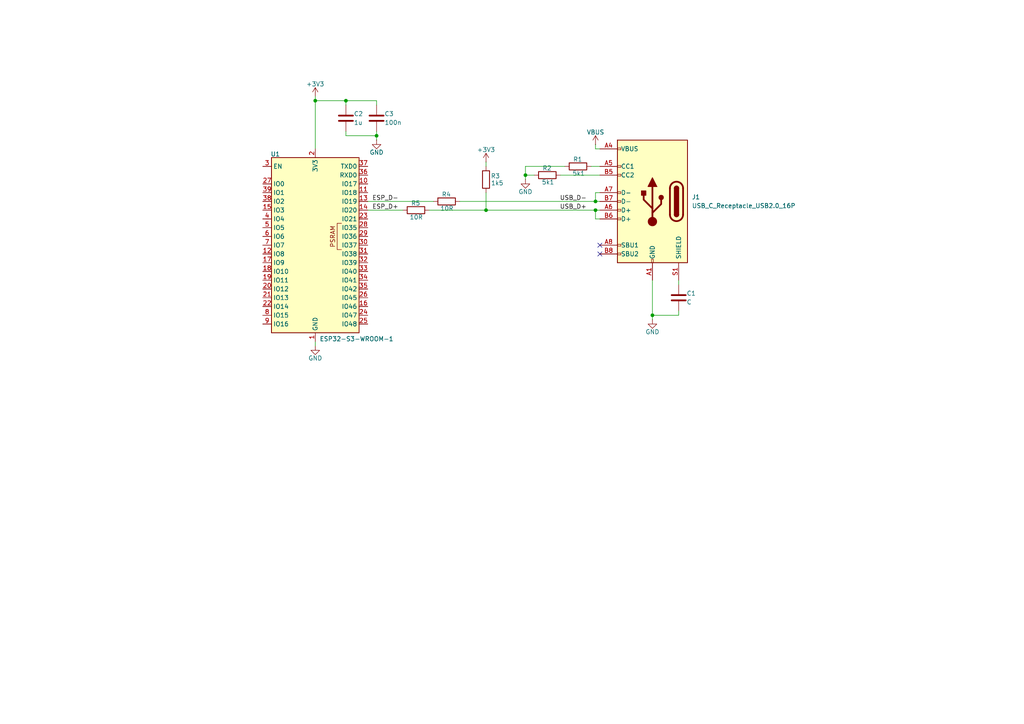
<source format=kicad_sch>
(kicad_sch
	(version 20231120)
	(generator "eeschema")
	(generator_version "8.0")
	(uuid "e686e1b8-c13f-42ef-ac73-0c0cead9570c")
	(paper "A4")
	(lib_symbols
		(symbol "Connector:USB_C_Receptacle_USB2.0_16P"
			(pin_names
				(offset 1.016)
			)
			(exclude_from_sim no)
			(in_bom yes)
			(on_board yes)
			(property "Reference" "J"
				(at 0 22.225 0)
				(effects
					(font
						(size 1.27 1.27)
					)
				)
			)
			(property "Value" "USB_C_Receptacle_USB2.0_16P"
				(at 0 19.685 0)
				(effects
					(font
						(size 1.27 1.27)
					)
				)
			)
			(property "Footprint" ""
				(at 3.81 0 0)
				(effects
					(font
						(size 1.27 1.27)
					)
					(hide yes)
				)
			)
			(property "Datasheet" "https://www.usb.org/sites/default/files/documents/usb_type-c.zip"
				(at 3.81 0 0)
				(effects
					(font
						(size 1.27 1.27)
					)
					(hide yes)
				)
			)
			(property "Description" "USB 2.0-only 16P Type-C Receptacle connector"
				(at 0 0 0)
				(effects
					(font
						(size 1.27 1.27)
					)
					(hide yes)
				)
			)
			(property "ki_keywords" "usb universal serial bus type-C USB2.0"
				(at 0 0 0)
				(effects
					(font
						(size 1.27 1.27)
					)
					(hide yes)
				)
			)
			(property "ki_fp_filters" "USB*C*Receptacle*"
				(at 0 0 0)
				(effects
					(font
						(size 1.27 1.27)
					)
					(hide yes)
				)
			)
			(symbol "USB_C_Receptacle_USB2.0_16P_0_0"
				(rectangle
					(start -0.254 -17.78)
					(end 0.254 -16.764)
					(stroke
						(width 0)
						(type default)
					)
					(fill
						(type none)
					)
				)
				(rectangle
					(start 10.16 -14.986)
					(end 9.144 -15.494)
					(stroke
						(width 0)
						(type default)
					)
					(fill
						(type none)
					)
				)
				(rectangle
					(start 10.16 -12.446)
					(end 9.144 -12.954)
					(stroke
						(width 0)
						(type default)
					)
					(fill
						(type none)
					)
				)
				(rectangle
					(start 10.16 -4.826)
					(end 9.144 -5.334)
					(stroke
						(width 0)
						(type default)
					)
					(fill
						(type none)
					)
				)
				(rectangle
					(start 10.16 -2.286)
					(end 9.144 -2.794)
					(stroke
						(width 0)
						(type default)
					)
					(fill
						(type none)
					)
				)
				(rectangle
					(start 10.16 0.254)
					(end 9.144 -0.254)
					(stroke
						(width 0)
						(type default)
					)
					(fill
						(type none)
					)
				)
				(rectangle
					(start 10.16 2.794)
					(end 9.144 2.286)
					(stroke
						(width 0)
						(type default)
					)
					(fill
						(type none)
					)
				)
				(rectangle
					(start 10.16 7.874)
					(end 9.144 7.366)
					(stroke
						(width 0)
						(type default)
					)
					(fill
						(type none)
					)
				)
				(rectangle
					(start 10.16 10.414)
					(end 9.144 9.906)
					(stroke
						(width 0)
						(type default)
					)
					(fill
						(type none)
					)
				)
				(rectangle
					(start 10.16 15.494)
					(end 9.144 14.986)
					(stroke
						(width 0)
						(type default)
					)
					(fill
						(type none)
					)
				)
			)
			(symbol "USB_C_Receptacle_USB2.0_16P_0_1"
				(rectangle
					(start -10.16 17.78)
					(end 10.16 -17.78)
					(stroke
						(width 0.254)
						(type default)
					)
					(fill
						(type background)
					)
				)
				(arc
					(start -8.89 -3.81)
					(mid -6.985 -5.7067)
					(end -5.08 -3.81)
					(stroke
						(width 0.508)
						(type default)
					)
					(fill
						(type none)
					)
				)
				(arc
					(start -7.62 -3.81)
					(mid -6.985 -4.4423)
					(end -6.35 -3.81)
					(stroke
						(width 0.254)
						(type default)
					)
					(fill
						(type none)
					)
				)
				(arc
					(start -7.62 -3.81)
					(mid -6.985 -4.4423)
					(end -6.35 -3.81)
					(stroke
						(width 0.254)
						(type default)
					)
					(fill
						(type outline)
					)
				)
				(rectangle
					(start -7.62 -3.81)
					(end -6.35 3.81)
					(stroke
						(width 0.254)
						(type default)
					)
					(fill
						(type outline)
					)
				)
				(arc
					(start -6.35 3.81)
					(mid -6.985 4.4423)
					(end -7.62 3.81)
					(stroke
						(width 0.254)
						(type default)
					)
					(fill
						(type none)
					)
				)
				(arc
					(start -6.35 3.81)
					(mid -6.985 4.4423)
					(end -7.62 3.81)
					(stroke
						(width 0.254)
						(type default)
					)
					(fill
						(type outline)
					)
				)
				(arc
					(start -5.08 3.81)
					(mid -6.985 5.7067)
					(end -8.89 3.81)
					(stroke
						(width 0.508)
						(type default)
					)
					(fill
						(type none)
					)
				)
				(circle
					(center -2.54 1.143)
					(radius 0.635)
					(stroke
						(width 0.254)
						(type default)
					)
					(fill
						(type outline)
					)
				)
				(circle
					(center 0 -5.842)
					(radius 1.27)
					(stroke
						(width 0)
						(type default)
					)
					(fill
						(type outline)
					)
				)
				(polyline
					(pts
						(xy -8.89 -3.81) (xy -8.89 3.81)
					)
					(stroke
						(width 0.508)
						(type default)
					)
					(fill
						(type none)
					)
				)
				(polyline
					(pts
						(xy -5.08 3.81) (xy -5.08 -3.81)
					)
					(stroke
						(width 0.508)
						(type default)
					)
					(fill
						(type none)
					)
				)
				(polyline
					(pts
						(xy 0 -5.842) (xy 0 4.318)
					)
					(stroke
						(width 0.508)
						(type default)
					)
					(fill
						(type none)
					)
				)
				(polyline
					(pts
						(xy 0 -3.302) (xy -2.54 -0.762) (xy -2.54 0.508)
					)
					(stroke
						(width 0.508)
						(type default)
					)
					(fill
						(type none)
					)
				)
				(polyline
					(pts
						(xy 0 -2.032) (xy 2.54 0.508) (xy 2.54 1.778)
					)
					(stroke
						(width 0.508)
						(type default)
					)
					(fill
						(type none)
					)
				)
				(polyline
					(pts
						(xy -1.27 4.318) (xy 0 6.858) (xy 1.27 4.318) (xy -1.27 4.318)
					)
					(stroke
						(width 0.254)
						(type default)
					)
					(fill
						(type outline)
					)
				)
				(rectangle
					(start 1.905 1.778)
					(end 3.175 3.048)
					(stroke
						(width 0.254)
						(type default)
					)
					(fill
						(type outline)
					)
				)
			)
			(symbol "USB_C_Receptacle_USB2.0_16P_1_1"
				(pin passive line
					(at 0 -22.86 90)
					(length 5.08)
					(name "GND"
						(effects
							(font
								(size 1.27 1.27)
							)
						)
					)
					(number "A1"
						(effects
							(font
								(size 1.27 1.27)
							)
						)
					)
				)
				(pin passive line
					(at 0 -22.86 90)
					(length 5.08) hide
					(name "GND"
						(effects
							(font
								(size 1.27 1.27)
							)
						)
					)
					(number "A12"
						(effects
							(font
								(size 1.27 1.27)
							)
						)
					)
				)
				(pin passive line
					(at 15.24 15.24 180)
					(length 5.08)
					(name "VBUS"
						(effects
							(font
								(size 1.27 1.27)
							)
						)
					)
					(number "A4"
						(effects
							(font
								(size 1.27 1.27)
							)
						)
					)
				)
				(pin bidirectional line
					(at 15.24 10.16 180)
					(length 5.08)
					(name "CC1"
						(effects
							(font
								(size 1.27 1.27)
							)
						)
					)
					(number "A5"
						(effects
							(font
								(size 1.27 1.27)
							)
						)
					)
				)
				(pin bidirectional line
					(at 15.24 -2.54 180)
					(length 5.08)
					(name "D+"
						(effects
							(font
								(size 1.27 1.27)
							)
						)
					)
					(number "A6"
						(effects
							(font
								(size 1.27 1.27)
							)
						)
					)
				)
				(pin bidirectional line
					(at 15.24 2.54 180)
					(length 5.08)
					(name "D-"
						(effects
							(font
								(size 1.27 1.27)
							)
						)
					)
					(number "A7"
						(effects
							(font
								(size 1.27 1.27)
							)
						)
					)
				)
				(pin bidirectional line
					(at 15.24 -12.7 180)
					(length 5.08)
					(name "SBU1"
						(effects
							(font
								(size 1.27 1.27)
							)
						)
					)
					(number "A8"
						(effects
							(font
								(size 1.27 1.27)
							)
						)
					)
				)
				(pin passive line
					(at 15.24 15.24 180)
					(length 5.08) hide
					(name "VBUS"
						(effects
							(font
								(size 1.27 1.27)
							)
						)
					)
					(number "A9"
						(effects
							(font
								(size 1.27 1.27)
							)
						)
					)
				)
				(pin passive line
					(at 0 -22.86 90)
					(length 5.08) hide
					(name "GND"
						(effects
							(font
								(size 1.27 1.27)
							)
						)
					)
					(number "B1"
						(effects
							(font
								(size 1.27 1.27)
							)
						)
					)
				)
				(pin passive line
					(at 0 -22.86 90)
					(length 5.08) hide
					(name "GND"
						(effects
							(font
								(size 1.27 1.27)
							)
						)
					)
					(number "B12"
						(effects
							(font
								(size 1.27 1.27)
							)
						)
					)
				)
				(pin passive line
					(at 15.24 15.24 180)
					(length 5.08) hide
					(name "VBUS"
						(effects
							(font
								(size 1.27 1.27)
							)
						)
					)
					(number "B4"
						(effects
							(font
								(size 1.27 1.27)
							)
						)
					)
				)
				(pin bidirectional line
					(at 15.24 7.62 180)
					(length 5.08)
					(name "CC2"
						(effects
							(font
								(size 1.27 1.27)
							)
						)
					)
					(number "B5"
						(effects
							(font
								(size 1.27 1.27)
							)
						)
					)
				)
				(pin bidirectional line
					(at 15.24 -5.08 180)
					(length 5.08)
					(name "D+"
						(effects
							(font
								(size 1.27 1.27)
							)
						)
					)
					(number "B6"
						(effects
							(font
								(size 1.27 1.27)
							)
						)
					)
				)
				(pin bidirectional line
					(at 15.24 0 180)
					(length 5.08)
					(name "D-"
						(effects
							(font
								(size 1.27 1.27)
							)
						)
					)
					(number "B7"
						(effects
							(font
								(size 1.27 1.27)
							)
						)
					)
				)
				(pin bidirectional line
					(at 15.24 -15.24 180)
					(length 5.08)
					(name "SBU2"
						(effects
							(font
								(size 1.27 1.27)
							)
						)
					)
					(number "B8"
						(effects
							(font
								(size 1.27 1.27)
							)
						)
					)
				)
				(pin passive line
					(at 15.24 15.24 180)
					(length 5.08) hide
					(name "VBUS"
						(effects
							(font
								(size 1.27 1.27)
							)
						)
					)
					(number "B9"
						(effects
							(font
								(size 1.27 1.27)
							)
						)
					)
				)
				(pin passive line
					(at -7.62 -22.86 90)
					(length 5.08)
					(name "SHIELD"
						(effects
							(font
								(size 1.27 1.27)
							)
						)
					)
					(number "S1"
						(effects
							(font
								(size 1.27 1.27)
							)
						)
					)
				)
			)
		)
		(symbol "Device:C"
			(pin_numbers hide)
			(pin_names
				(offset 0.254)
			)
			(exclude_from_sim no)
			(in_bom yes)
			(on_board yes)
			(property "Reference" "C"
				(at 0.635 2.54 0)
				(effects
					(font
						(size 1.27 1.27)
					)
					(justify left)
				)
			)
			(property "Value" "C"
				(at 0.635 -2.54 0)
				(effects
					(font
						(size 1.27 1.27)
					)
					(justify left)
				)
			)
			(property "Footprint" ""
				(at 0.9652 -3.81 0)
				(effects
					(font
						(size 1.27 1.27)
					)
					(hide yes)
				)
			)
			(property "Datasheet" "~"
				(at 0 0 0)
				(effects
					(font
						(size 1.27 1.27)
					)
					(hide yes)
				)
			)
			(property "Description" "Unpolarized capacitor"
				(at 0 0 0)
				(effects
					(font
						(size 1.27 1.27)
					)
					(hide yes)
				)
			)
			(property "ki_keywords" "cap capacitor"
				(at 0 0 0)
				(effects
					(font
						(size 1.27 1.27)
					)
					(hide yes)
				)
			)
			(property "ki_fp_filters" "C_*"
				(at 0 0 0)
				(effects
					(font
						(size 1.27 1.27)
					)
					(hide yes)
				)
			)
			(symbol "C_0_1"
				(polyline
					(pts
						(xy -2.032 -0.762) (xy 2.032 -0.762)
					)
					(stroke
						(width 0.508)
						(type default)
					)
					(fill
						(type none)
					)
				)
				(polyline
					(pts
						(xy -2.032 0.762) (xy 2.032 0.762)
					)
					(stroke
						(width 0.508)
						(type default)
					)
					(fill
						(type none)
					)
				)
			)
			(symbol "C_1_1"
				(pin passive line
					(at 0 3.81 270)
					(length 2.794)
					(name "~"
						(effects
							(font
								(size 1.27 1.27)
							)
						)
					)
					(number "1"
						(effects
							(font
								(size 1.27 1.27)
							)
						)
					)
				)
				(pin passive line
					(at 0 -3.81 90)
					(length 2.794)
					(name "~"
						(effects
							(font
								(size 1.27 1.27)
							)
						)
					)
					(number "2"
						(effects
							(font
								(size 1.27 1.27)
							)
						)
					)
				)
			)
		)
		(symbol "Device:R"
			(pin_numbers hide)
			(pin_names
				(offset 0)
			)
			(exclude_from_sim no)
			(in_bom yes)
			(on_board yes)
			(property "Reference" "R"
				(at 2.032 0 90)
				(effects
					(font
						(size 1.27 1.27)
					)
				)
			)
			(property "Value" "R"
				(at 0 0 90)
				(effects
					(font
						(size 1.27 1.27)
					)
				)
			)
			(property "Footprint" ""
				(at -1.778 0 90)
				(effects
					(font
						(size 1.27 1.27)
					)
					(hide yes)
				)
			)
			(property "Datasheet" "~"
				(at 0 0 0)
				(effects
					(font
						(size 1.27 1.27)
					)
					(hide yes)
				)
			)
			(property "Description" "Resistor"
				(at 0 0 0)
				(effects
					(font
						(size 1.27 1.27)
					)
					(hide yes)
				)
			)
			(property "ki_keywords" "R res resistor"
				(at 0 0 0)
				(effects
					(font
						(size 1.27 1.27)
					)
					(hide yes)
				)
			)
			(property "ki_fp_filters" "R_*"
				(at 0 0 0)
				(effects
					(font
						(size 1.27 1.27)
					)
					(hide yes)
				)
			)
			(symbol "R_0_1"
				(rectangle
					(start -1.016 -2.54)
					(end 1.016 2.54)
					(stroke
						(width 0.254)
						(type default)
					)
					(fill
						(type none)
					)
				)
			)
			(symbol "R_1_1"
				(pin passive line
					(at 0 3.81 270)
					(length 1.27)
					(name "~"
						(effects
							(font
								(size 1.27 1.27)
							)
						)
					)
					(number "1"
						(effects
							(font
								(size 1.27 1.27)
							)
						)
					)
				)
				(pin passive line
					(at 0 -3.81 90)
					(length 1.27)
					(name "~"
						(effects
							(font
								(size 1.27 1.27)
							)
						)
					)
					(number "2"
						(effects
							(font
								(size 1.27 1.27)
							)
						)
					)
				)
			)
		)
		(symbol "RF_Module:ESP32-S3-WROOM-1"
			(exclude_from_sim no)
			(in_bom yes)
			(on_board yes)
			(property "Reference" "U"
				(at -12.7 26.67 0)
				(effects
					(font
						(size 1.27 1.27)
					)
				)
			)
			(property "Value" "ESP32-S3-WROOM-1"
				(at 12.7 26.67 0)
				(effects
					(font
						(size 1.27 1.27)
					)
				)
			)
			(property "Footprint" "RF_Module:ESP32-S3-WROOM-1"
				(at 0 2.54 0)
				(effects
					(font
						(size 1.27 1.27)
					)
					(hide yes)
				)
			)
			(property "Datasheet" "https://www.espressif.com/sites/default/files/documentation/esp32-s3-wroom-1_wroom-1u_datasheet_en.pdf"
				(at 0 0 0)
				(effects
					(font
						(size 1.27 1.27)
					)
					(hide yes)
				)
			)
			(property "Description" "RF Module, ESP32-S3 SoC, Wi-Fi 802.11b/g/n, Bluetooth, BLE, 32-bit, 3.3V, onboard antenna, SMD"
				(at 0 0 0)
				(effects
					(font
						(size 1.27 1.27)
					)
					(hide yes)
				)
			)
			(property "ki_keywords" "RF Radio BT ESP ESP32-S3 Espressif onboard PCB antenna"
				(at 0 0 0)
				(effects
					(font
						(size 1.27 1.27)
					)
					(hide yes)
				)
			)
			(property "ki_fp_filters" "ESP32?S3?WROOM?1*"
				(at 0 0 0)
				(effects
					(font
						(size 1.27 1.27)
					)
					(hide yes)
				)
			)
			(symbol "ESP32-S3-WROOM-1_0_0"
				(rectangle
					(start -12.7 25.4)
					(end 12.7 -25.4)
					(stroke
						(width 0.254)
						(type default)
					)
					(fill
						(type background)
					)
				)
				(text "PSRAM"
					(at 5.08 2.54 900)
					(effects
						(font
							(size 1.27 1.27)
						)
					)
				)
			)
			(symbol "ESP32-S3-WROOM-1_0_1"
				(polyline
					(pts
						(xy 7.62 -1.27) (xy 6.35 -1.27) (xy 6.35 6.35) (xy 7.62 6.35)
					)
					(stroke
						(width 0)
						(type default)
					)
					(fill
						(type none)
					)
				)
			)
			(symbol "ESP32-S3-WROOM-1_1_1"
				(pin power_in line
					(at 0 -27.94 90)
					(length 2.54)
					(name "GND"
						(effects
							(font
								(size 1.27 1.27)
							)
						)
					)
					(number "1"
						(effects
							(font
								(size 1.27 1.27)
							)
						)
					)
				)
				(pin bidirectional line
					(at 15.24 17.78 180)
					(length 2.54)
					(name "IO17"
						(effects
							(font
								(size 1.27 1.27)
							)
						)
					)
					(number "10"
						(effects
							(font
								(size 1.27 1.27)
							)
						)
					)
				)
				(pin bidirectional line
					(at 15.24 15.24 180)
					(length 2.54)
					(name "IO18"
						(effects
							(font
								(size 1.27 1.27)
							)
						)
					)
					(number "11"
						(effects
							(font
								(size 1.27 1.27)
							)
						)
					)
				)
				(pin bidirectional line
					(at -15.24 -2.54 0)
					(length 2.54)
					(name "IO8"
						(effects
							(font
								(size 1.27 1.27)
							)
						)
					)
					(number "12"
						(effects
							(font
								(size 1.27 1.27)
							)
						)
					)
				)
				(pin bidirectional line
					(at 15.24 12.7 180)
					(length 2.54)
					(name "IO19"
						(effects
							(font
								(size 1.27 1.27)
							)
						)
					)
					(number "13"
						(effects
							(font
								(size 1.27 1.27)
							)
						)
					)
				)
				(pin bidirectional line
					(at 15.24 10.16 180)
					(length 2.54)
					(name "IO20"
						(effects
							(font
								(size 1.27 1.27)
							)
						)
					)
					(number "14"
						(effects
							(font
								(size 1.27 1.27)
							)
						)
					)
				)
				(pin bidirectional line
					(at -15.24 10.16 0)
					(length 2.54)
					(name "IO3"
						(effects
							(font
								(size 1.27 1.27)
							)
						)
					)
					(number "15"
						(effects
							(font
								(size 1.27 1.27)
							)
						)
					)
				)
				(pin bidirectional line
					(at 15.24 -17.78 180)
					(length 2.54)
					(name "IO46"
						(effects
							(font
								(size 1.27 1.27)
							)
						)
					)
					(number "16"
						(effects
							(font
								(size 1.27 1.27)
							)
						)
					)
				)
				(pin bidirectional line
					(at -15.24 -5.08 0)
					(length 2.54)
					(name "IO9"
						(effects
							(font
								(size 1.27 1.27)
							)
						)
					)
					(number "17"
						(effects
							(font
								(size 1.27 1.27)
							)
						)
					)
				)
				(pin bidirectional line
					(at -15.24 -7.62 0)
					(length 2.54)
					(name "IO10"
						(effects
							(font
								(size 1.27 1.27)
							)
						)
					)
					(number "18"
						(effects
							(font
								(size 1.27 1.27)
							)
						)
					)
				)
				(pin bidirectional line
					(at -15.24 -10.16 0)
					(length 2.54)
					(name "IO11"
						(effects
							(font
								(size 1.27 1.27)
							)
						)
					)
					(number "19"
						(effects
							(font
								(size 1.27 1.27)
							)
						)
					)
				)
				(pin power_in line
					(at 0 27.94 270)
					(length 2.54)
					(name "3V3"
						(effects
							(font
								(size 1.27 1.27)
							)
						)
					)
					(number "2"
						(effects
							(font
								(size 1.27 1.27)
							)
						)
					)
				)
				(pin bidirectional line
					(at -15.24 -12.7 0)
					(length 2.54)
					(name "IO12"
						(effects
							(font
								(size 1.27 1.27)
							)
						)
					)
					(number "20"
						(effects
							(font
								(size 1.27 1.27)
							)
						)
					)
				)
				(pin bidirectional line
					(at -15.24 -15.24 0)
					(length 2.54)
					(name "IO13"
						(effects
							(font
								(size 1.27 1.27)
							)
						)
					)
					(number "21"
						(effects
							(font
								(size 1.27 1.27)
							)
						)
					)
				)
				(pin bidirectional line
					(at -15.24 -17.78 0)
					(length 2.54)
					(name "IO14"
						(effects
							(font
								(size 1.27 1.27)
							)
						)
					)
					(number "22"
						(effects
							(font
								(size 1.27 1.27)
							)
						)
					)
				)
				(pin bidirectional line
					(at 15.24 7.62 180)
					(length 2.54)
					(name "IO21"
						(effects
							(font
								(size 1.27 1.27)
							)
						)
					)
					(number "23"
						(effects
							(font
								(size 1.27 1.27)
							)
						)
					)
				)
				(pin bidirectional line
					(at 15.24 -20.32 180)
					(length 2.54)
					(name "IO47"
						(effects
							(font
								(size 1.27 1.27)
							)
						)
					)
					(number "24"
						(effects
							(font
								(size 1.27 1.27)
							)
						)
					)
				)
				(pin bidirectional line
					(at 15.24 -22.86 180)
					(length 2.54)
					(name "IO48"
						(effects
							(font
								(size 1.27 1.27)
							)
						)
					)
					(number "25"
						(effects
							(font
								(size 1.27 1.27)
							)
						)
					)
				)
				(pin bidirectional line
					(at 15.24 -15.24 180)
					(length 2.54)
					(name "IO45"
						(effects
							(font
								(size 1.27 1.27)
							)
						)
					)
					(number "26"
						(effects
							(font
								(size 1.27 1.27)
							)
						)
					)
				)
				(pin bidirectional line
					(at -15.24 17.78 0)
					(length 2.54)
					(name "IO0"
						(effects
							(font
								(size 1.27 1.27)
							)
						)
					)
					(number "27"
						(effects
							(font
								(size 1.27 1.27)
							)
						)
					)
				)
				(pin bidirectional line
					(at 15.24 5.08 180)
					(length 2.54)
					(name "IO35"
						(effects
							(font
								(size 1.27 1.27)
							)
						)
					)
					(number "28"
						(effects
							(font
								(size 1.27 1.27)
							)
						)
					)
				)
				(pin bidirectional line
					(at 15.24 2.54 180)
					(length 2.54)
					(name "IO36"
						(effects
							(font
								(size 1.27 1.27)
							)
						)
					)
					(number "29"
						(effects
							(font
								(size 1.27 1.27)
							)
						)
					)
				)
				(pin input line
					(at -15.24 22.86 0)
					(length 2.54)
					(name "EN"
						(effects
							(font
								(size 1.27 1.27)
							)
						)
					)
					(number "3"
						(effects
							(font
								(size 1.27 1.27)
							)
						)
					)
				)
				(pin bidirectional line
					(at 15.24 0 180)
					(length 2.54)
					(name "IO37"
						(effects
							(font
								(size 1.27 1.27)
							)
						)
					)
					(number "30"
						(effects
							(font
								(size 1.27 1.27)
							)
						)
					)
				)
				(pin bidirectional line
					(at 15.24 -2.54 180)
					(length 2.54)
					(name "IO38"
						(effects
							(font
								(size 1.27 1.27)
							)
						)
					)
					(number "31"
						(effects
							(font
								(size 1.27 1.27)
							)
						)
					)
				)
				(pin bidirectional line
					(at 15.24 -5.08 180)
					(length 2.54)
					(name "IO39"
						(effects
							(font
								(size 1.27 1.27)
							)
						)
					)
					(number "32"
						(effects
							(font
								(size 1.27 1.27)
							)
						)
					)
				)
				(pin bidirectional line
					(at 15.24 -7.62 180)
					(length 2.54)
					(name "IO40"
						(effects
							(font
								(size 1.27 1.27)
							)
						)
					)
					(number "33"
						(effects
							(font
								(size 1.27 1.27)
							)
						)
					)
				)
				(pin bidirectional line
					(at 15.24 -10.16 180)
					(length 2.54)
					(name "IO41"
						(effects
							(font
								(size 1.27 1.27)
							)
						)
					)
					(number "34"
						(effects
							(font
								(size 1.27 1.27)
							)
						)
					)
				)
				(pin bidirectional line
					(at 15.24 -12.7 180)
					(length 2.54)
					(name "IO42"
						(effects
							(font
								(size 1.27 1.27)
							)
						)
					)
					(number "35"
						(effects
							(font
								(size 1.27 1.27)
							)
						)
					)
				)
				(pin bidirectional line
					(at 15.24 20.32 180)
					(length 2.54)
					(name "RXD0"
						(effects
							(font
								(size 1.27 1.27)
							)
						)
					)
					(number "36"
						(effects
							(font
								(size 1.27 1.27)
							)
						)
					)
				)
				(pin bidirectional line
					(at 15.24 22.86 180)
					(length 2.54)
					(name "TXD0"
						(effects
							(font
								(size 1.27 1.27)
							)
						)
					)
					(number "37"
						(effects
							(font
								(size 1.27 1.27)
							)
						)
					)
				)
				(pin bidirectional line
					(at -15.24 12.7 0)
					(length 2.54)
					(name "IO2"
						(effects
							(font
								(size 1.27 1.27)
							)
						)
					)
					(number "38"
						(effects
							(font
								(size 1.27 1.27)
							)
						)
					)
				)
				(pin bidirectional line
					(at -15.24 15.24 0)
					(length 2.54)
					(name "IO1"
						(effects
							(font
								(size 1.27 1.27)
							)
						)
					)
					(number "39"
						(effects
							(font
								(size 1.27 1.27)
							)
						)
					)
				)
				(pin bidirectional line
					(at -15.24 7.62 0)
					(length 2.54)
					(name "IO4"
						(effects
							(font
								(size 1.27 1.27)
							)
						)
					)
					(number "4"
						(effects
							(font
								(size 1.27 1.27)
							)
						)
					)
				)
				(pin passive line
					(at 0 -27.94 90)
					(length 2.54) hide
					(name "GND"
						(effects
							(font
								(size 1.27 1.27)
							)
						)
					)
					(number "40"
						(effects
							(font
								(size 1.27 1.27)
							)
						)
					)
				)
				(pin passive line
					(at 0 -27.94 90)
					(length 2.54) hide
					(name "GND"
						(effects
							(font
								(size 1.27 1.27)
							)
						)
					)
					(number "41"
						(effects
							(font
								(size 1.27 1.27)
							)
						)
					)
				)
				(pin bidirectional line
					(at -15.24 5.08 0)
					(length 2.54)
					(name "IO5"
						(effects
							(font
								(size 1.27 1.27)
							)
						)
					)
					(number "5"
						(effects
							(font
								(size 1.27 1.27)
							)
						)
					)
				)
				(pin bidirectional line
					(at -15.24 2.54 0)
					(length 2.54)
					(name "IO6"
						(effects
							(font
								(size 1.27 1.27)
							)
						)
					)
					(number "6"
						(effects
							(font
								(size 1.27 1.27)
							)
						)
					)
				)
				(pin bidirectional line
					(at -15.24 0 0)
					(length 2.54)
					(name "IO7"
						(effects
							(font
								(size 1.27 1.27)
							)
						)
					)
					(number "7"
						(effects
							(font
								(size 1.27 1.27)
							)
						)
					)
				)
				(pin bidirectional line
					(at -15.24 -20.32 0)
					(length 2.54)
					(name "IO15"
						(effects
							(font
								(size 1.27 1.27)
							)
						)
					)
					(number "8"
						(effects
							(font
								(size 1.27 1.27)
							)
						)
					)
				)
				(pin bidirectional line
					(at -15.24 -22.86 0)
					(length 2.54)
					(name "IO16"
						(effects
							(font
								(size 1.27 1.27)
							)
						)
					)
					(number "9"
						(effects
							(font
								(size 1.27 1.27)
							)
						)
					)
				)
			)
		)
		(symbol "power:+3V3"
			(power)
			(pin_numbers hide)
			(pin_names
				(offset 0) hide)
			(exclude_from_sim no)
			(in_bom yes)
			(on_board yes)
			(property "Reference" "#PWR"
				(at 0 -3.81 0)
				(effects
					(font
						(size 1.27 1.27)
					)
					(hide yes)
				)
			)
			(property "Value" "+3V3"
				(at 0 3.556 0)
				(effects
					(font
						(size 1.27 1.27)
					)
				)
			)
			(property "Footprint" ""
				(at 0 0 0)
				(effects
					(font
						(size 1.27 1.27)
					)
					(hide yes)
				)
			)
			(property "Datasheet" ""
				(at 0 0 0)
				(effects
					(font
						(size 1.27 1.27)
					)
					(hide yes)
				)
			)
			(property "Description" "Power symbol creates a global label with name \"+3V3\""
				(at 0 0 0)
				(effects
					(font
						(size 1.27 1.27)
					)
					(hide yes)
				)
			)
			(property "ki_keywords" "global power"
				(at 0 0 0)
				(effects
					(font
						(size 1.27 1.27)
					)
					(hide yes)
				)
			)
			(symbol "+3V3_0_1"
				(polyline
					(pts
						(xy -0.762 1.27) (xy 0 2.54)
					)
					(stroke
						(width 0)
						(type default)
					)
					(fill
						(type none)
					)
				)
				(polyline
					(pts
						(xy 0 0) (xy 0 2.54)
					)
					(stroke
						(width 0)
						(type default)
					)
					(fill
						(type none)
					)
				)
				(polyline
					(pts
						(xy 0 2.54) (xy 0.762 1.27)
					)
					(stroke
						(width 0)
						(type default)
					)
					(fill
						(type none)
					)
				)
			)
			(symbol "+3V3_1_1"
				(pin power_in line
					(at 0 0 90)
					(length 0)
					(name "~"
						(effects
							(font
								(size 1.27 1.27)
							)
						)
					)
					(number "1"
						(effects
							(font
								(size 1.27 1.27)
							)
						)
					)
				)
			)
		)
		(symbol "power:GND"
			(power)
			(pin_numbers hide)
			(pin_names
				(offset 0) hide)
			(exclude_from_sim no)
			(in_bom yes)
			(on_board yes)
			(property "Reference" "#PWR"
				(at 0 -6.35 0)
				(effects
					(font
						(size 1.27 1.27)
					)
					(hide yes)
				)
			)
			(property "Value" "GND"
				(at 0 -3.81 0)
				(effects
					(font
						(size 1.27 1.27)
					)
				)
			)
			(property "Footprint" ""
				(at 0 0 0)
				(effects
					(font
						(size 1.27 1.27)
					)
					(hide yes)
				)
			)
			(property "Datasheet" ""
				(at 0 0 0)
				(effects
					(font
						(size 1.27 1.27)
					)
					(hide yes)
				)
			)
			(property "Description" "Power symbol creates a global label with name \"GND\" , ground"
				(at 0 0 0)
				(effects
					(font
						(size 1.27 1.27)
					)
					(hide yes)
				)
			)
			(property "ki_keywords" "global power"
				(at 0 0 0)
				(effects
					(font
						(size 1.27 1.27)
					)
					(hide yes)
				)
			)
			(symbol "GND_0_1"
				(polyline
					(pts
						(xy 0 0) (xy 0 -1.27) (xy 1.27 -1.27) (xy 0 -2.54) (xy -1.27 -1.27) (xy 0 -1.27)
					)
					(stroke
						(width 0)
						(type default)
					)
					(fill
						(type none)
					)
				)
			)
			(symbol "GND_1_1"
				(pin power_in line
					(at 0 0 270)
					(length 0)
					(name "~"
						(effects
							(font
								(size 1.27 1.27)
							)
						)
					)
					(number "1"
						(effects
							(font
								(size 1.27 1.27)
							)
						)
					)
				)
			)
		)
		(symbol "power:VBUS"
			(power)
			(pin_numbers hide)
			(pin_names
				(offset 0) hide)
			(exclude_from_sim no)
			(in_bom yes)
			(on_board yes)
			(property "Reference" "#PWR"
				(at 0 -3.81 0)
				(effects
					(font
						(size 1.27 1.27)
					)
					(hide yes)
				)
			)
			(property "Value" "VBUS"
				(at 0 3.556 0)
				(effects
					(font
						(size 1.27 1.27)
					)
				)
			)
			(property "Footprint" ""
				(at 0 0 0)
				(effects
					(font
						(size 1.27 1.27)
					)
					(hide yes)
				)
			)
			(property "Datasheet" ""
				(at 0 0 0)
				(effects
					(font
						(size 1.27 1.27)
					)
					(hide yes)
				)
			)
			(property "Description" "Power symbol creates a global label with name \"VBUS\""
				(at 0 0 0)
				(effects
					(font
						(size 1.27 1.27)
					)
					(hide yes)
				)
			)
			(property "ki_keywords" "global power"
				(at 0 0 0)
				(effects
					(font
						(size 1.27 1.27)
					)
					(hide yes)
				)
			)
			(symbol "VBUS_0_1"
				(polyline
					(pts
						(xy -0.762 1.27) (xy 0 2.54)
					)
					(stroke
						(width 0)
						(type default)
					)
					(fill
						(type none)
					)
				)
				(polyline
					(pts
						(xy 0 0) (xy 0 2.54)
					)
					(stroke
						(width 0)
						(type default)
					)
					(fill
						(type none)
					)
				)
				(polyline
					(pts
						(xy 0 2.54) (xy 0.762 1.27)
					)
					(stroke
						(width 0)
						(type default)
					)
					(fill
						(type none)
					)
				)
			)
			(symbol "VBUS_1_1"
				(pin power_in line
					(at 0 0 90)
					(length 0)
					(name "~"
						(effects
							(font
								(size 1.27 1.27)
							)
						)
					)
					(number "1"
						(effects
							(font
								(size 1.27 1.27)
							)
						)
					)
				)
			)
		)
	)
	(junction
		(at 172.72 60.96)
		(diameter 0)
		(color 0 0 0 0)
		(uuid "1b7a4c21-c7d6-4857-aa95-586476e63613")
	)
	(junction
		(at 109.22 39.37)
		(diameter 0)
		(color 0 0 0 0)
		(uuid "3f09d9bb-4b2f-42b5-ac71-8bc47386625b")
	)
	(junction
		(at 140.97 60.96)
		(diameter 0)
		(color 0 0 0 0)
		(uuid "65bd464e-a308-4c14-aa3c-c337a8a595d5")
	)
	(junction
		(at 172.72 58.42)
		(diameter 0)
		(color 0 0 0 0)
		(uuid "a104458c-6e07-4d1e-a6b1-c228685a3d57")
	)
	(junction
		(at 100.33 29.21)
		(diameter 0)
		(color 0 0 0 0)
		(uuid "aab64e60-ed44-4698-9d78-a596d7aa8c56")
	)
	(junction
		(at 189.23 91.44)
		(diameter 0)
		(color 0 0 0 0)
		(uuid "bcf47aaa-6df5-4ce8-b8ef-21b91bc6af5a")
	)
	(junction
		(at 152.4 50.8)
		(diameter 0)
		(color 0 0 0 0)
		(uuid "e3468d35-7618-4ac1-a7dc-f6bad2d05960")
	)
	(junction
		(at 91.44 29.21)
		(diameter 0)
		(color 0 0 0 0)
		(uuid "f72a21ac-3de5-4594-9eb1-e657c81fb0f4")
	)
	(no_connect
		(at 173.99 73.66)
		(uuid "9999ce24-a961-42b2-af75-4b5171652244")
	)
	(no_connect
		(at 173.99 71.12)
		(uuid "c5100341-920e-4310-8034-bf8e9c5a05ea")
	)
	(wire
		(pts
			(xy 100.33 29.21) (xy 100.33 30.48)
		)
		(stroke
			(width 0)
			(type default)
		)
		(uuid "015095db-ddb8-451a-a083-cace6423ee4a")
	)
	(wire
		(pts
			(xy 152.4 50.8) (xy 154.94 50.8)
		)
		(stroke
			(width 0)
			(type default)
		)
		(uuid "0484e0f1-129b-4bd1-9bd5-35771dfb35fa")
	)
	(wire
		(pts
			(xy 124.46 60.96) (xy 140.97 60.96)
		)
		(stroke
			(width 0)
			(type default)
		)
		(uuid "1edfd625-93f1-48cf-85a0-d0f7bb34ef48")
	)
	(wire
		(pts
			(xy 100.33 38.1) (xy 100.33 39.37)
		)
		(stroke
			(width 0)
			(type default)
		)
		(uuid "2a1149ab-cd45-4067-bad7-14579a106ed0")
	)
	(wire
		(pts
			(xy 172.72 60.96) (xy 173.99 60.96)
		)
		(stroke
			(width 0)
			(type default)
		)
		(uuid "2fa03c31-5864-4fd6-ba19-a9ef6be7a27a")
	)
	(wire
		(pts
			(xy 152.4 48.26) (xy 163.83 48.26)
		)
		(stroke
			(width 0)
			(type default)
		)
		(uuid "3194db03-18d2-48ba-b819-e831005704c6")
	)
	(wire
		(pts
			(xy 196.85 91.44) (xy 189.23 91.44)
		)
		(stroke
			(width 0)
			(type default)
		)
		(uuid "32988f4b-2858-4d29-adab-c4dbd407e0cf")
	)
	(wire
		(pts
			(xy 133.35 58.42) (xy 172.72 58.42)
		)
		(stroke
			(width 0)
			(type default)
		)
		(uuid "39ff4d1d-dbd6-4afa-922a-f45661fe112e")
	)
	(wire
		(pts
			(xy 171.45 48.26) (xy 173.99 48.26)
		)
		(stroke
			(width 0)
			(type default)
		)
		(uuid "44bf7263-119f-4a1a-b725-4693ebfb4b18")
	)
	(wire
		(pts
			(xy 172.72 41.91) (xy 172.72 43.18)
		)
		(stroke
			(width 0)
			(type default)
		)
		(uuid "4983176f-0c01-4531-a68b-d2f5963ad723")
	)
	(wire
		(pts
			(xy 162.56 50.8) (xy 173.99 50.8)
		)
		(stroke
			(width 0)
			(type default)
		)
		(uuid "4fb172bf-06f7-4dbe-8701-0be8a089beb3")
	)
	(wire
		(pts
			(xy 140.97 60.96) (xy 172.72 60.96)
		)
		(stroke
			(width 0)
			(type default)
		)
		(uuid "56d4b0f1-6d9c-4fd2-9746-a8b0ece29135")
	)
	(wire
		(pts
			(xy 172.72 63.5) (xy 173.99 63.5)
		)
		(stroke
			(width 0)
			(type default)
		)
		(uuid "59e9a866-32bf-4750-93e0-b32b8483e981")
	)
	(wire
		(pts
			(xy 91.44 29.21) (xy 100.33 29.21)
		)
		(stroke
			(width 0)
			(type default)
		)
		(uuid "5a5489a1-c8b5-40e1-a88e-a046cb2f100f")
	)
	(wire
		(pts
			(xy 109.22 38.1) (xy 109.22 39.37)
		)
		(stroke
			(width 0)
			(type default)
		)
		(uuid "5b2363d0-91eb-4755-ad54-f2c426161b9e")
	)
	(wire
		(pts
			(xy 106.68 60.96) (xy 116.84 60.96)
		)
		(stroke
			(width 0)
			(type default)
		)
		(uuid "5f34f725-8d22-4030-9a4a-9595d766cd77")
	)
	(wire
		(pts
			(xy 91.44 29.21) (xy 91.44 43.18)
		)
		(stroke
			(width 0)
			(type default)
		)
		(uuid "62c40b79-722e-41a5-949c-2a7616062bba")
	)
	(wire
		(pts
			(xy 91.44 99.06) (xy 91.44 100.33)
		)
		(stroke
			(width 0)
			(type default)
		)
		(uuid "6a16ea3c-8896-4a74-b8f8-f1ffbe2eaa1b")
	)
	(wire
		(pts
			(xy 140.97 55.88) (xy 140.97 60.96)
		)
		(stroke
			(width 0)
			(type default)
		)
		(uuid "76521d72-521c-445c-ba64-260637d485fa")
	)
	(wire
		(pts
			(xy 152.4 50.8) (xy 152.4 52.07)
		)
		(stroke
			(width 0)
			(type default)
		)
		(uuid "7c261cfe-455a-47d1-a680-655680fbd9b6")
	)
	(wire
		(pts
			(xy 91.44 27.94) (xy 91.44 29.21)
		)
		(stroke
			(width 0)
			(type default)
		)
		(uuid "87a6a77b-b722-49f7-876c-a7d32d8199da")
	)
	(wire
		(pts
			(xy 173.99 55.88) (xy 172.72 55.88)
		)
		(stroke
			(width 0)
			(type default)
		)
		(uuid "8ef69db6-f322-414a-b4ff-3e8d32441415")
	)
	(wire
		(pts
			(xy 172.72 63.5) (xy 172.72 60.96)
		)
		(stroke
			(width 0)
			(type default)
		)
		(uuid "a74740bf-2333-4441-8183-e2e4a2e83bb7")
	)
	(wire
		(pts
			(xy 196.85 81.28) (xy 196.85 82.55)
		)
		(stroke
			(width 0)
			(type default)
		)
		(uuid "bbe65672-9ed1-42c3-a6d1-ed9b33626a68")
	)
	(wire
		(pts
			(xy 172.72 58.42) (xy 173.99 58.42)
		)
		(stroke
			(width 0)
			(type default)
		)
		(uuid "c3e1b383-7ac0-4a41-8dcf-eeb159200b1c")
	)
	(wire
		(pts
			(xy 109.22 30.48) (xy 109.22 29.21)
		)
		(stroke
			(width 0)
			(type default)
		)
		(uuid "d036328e-23c4-452a-9135-acc8f1edda7f")
	)
	(wire
		(pts
			(xy 196.85 90.17) (xy 196.85 91.44)
		)
		(stroke
			(width 0)
			(type default)
		)
		(uuid "d3eafe2e-5013-42c6-bf59-a54aac195a9c")
	)
	(wire
		(pts
			(xy 152.4 50.8) (xy 152.4 48.26)
		)
		(stroke
			(width 0)
			(type default)
		)
		(uuid "d66dd942-1b7a-4154-8d05-5f9c2fed7069")
	)
	(wire
		(pts
			(xy 106.68 58.42) (xy 125.73 58.42)
		)
		(stroke
			(width 0)
			(type default)
		)
		(uuid "db6ddf4f-4505-45fe-aa58-37ba90473a83")
	)
	(wire
		(pts
			(xy 172.72 55.88) (xy 172.72 58.42)
		)
		(stroke
			(width 0)
			(type default)
		)
		(uuid "dd6e0fbe-41c1-437c-8ec8-34426ccae1c8")
	)
	(wire
		(pts
			(xy 109.22 29.21) (xy 100.33 29.21)
		)
		(stroke
			(width 0)
			(type default)
		)
		(uuid "de2593f5-5443-4fbe-bd73-1692d3c5569d")
	)
	(wire
		(pts
			(xy 189.23 91.44) (xy 189.23 81.28)
		)
		(stroke
			(width 0)
			(type default)
		)
		(uuid "df2b6e09-e465-4a75-a569-2f8d4a2016d7")
	)
	(wire
		(pts
			(xy 100.33 39.37) (xy 109.22 39.37)
		)
		(stroke
			(width 0)
			(type default)
		)
		(uuid "e69b7b06-9a13-4cae-9b15-542cd71aabc3")
	)
	(wire
		(pts
			(xy 173.99 43.18) (xy 172.72 43.18)
		)
		(stroke
			(width 0)
			(type default)
		)
		(uuid "ec65a0f5-b502-419a-b016-77fc268a8e7a")
	)
	(wire
		(pts
			(xy 140.97 46.99) (xy 140.97 48.26)
		)
		(stroke
			(width 0)
			(type default)
		)
		(uuid "f04fadda-7357-4173-a6bb-cc1f2b3d88ef")
	)
	(wire
		(pts
			(xy 109.22 39.37) (xy 109.22 40.64)
		)
		(stroke
			(width 0)
			(type default)
		)
		(uuid "f545a98f-beb0-48f7-8ef6-efe7ea6571df")
	)
	(wire
		(pts
			(xy 189.23 91.44) (xy 189.23 92.71)
		)
		(stroke
			(width 0)
			(type default)
		)
		(uuid "f849c7b3-08ef-48a8-8f67-3c7639011574")
	)
	(label "ESP_D+"
		(at 107.95 60.96 0)
		(fields_autoplaced yes)
		(effects
			(font
				(size 1.27 1.27)
			)
			(justify left bottom)
		)
		(uuid "0451d460-3e3b-4788-9885-2f76bbe1a83b")
	)
	(label "USB_D+"
		(at 170.18 60.96 180)
		(fields_autoplaced yes)
		(effects
			(font
				(size 1.27 1.27)
			)
			(justify right bottom)
		)
		(uuid "3248be14-060a-40cf-90cb-b8f2fd278530")
	)
	(label "ESP_D-"
		(at 107.95 58.42 0)
		(fields_autoplaced yes)
		(effects
			(font
				(size 1.27 1.27)
			)
			(justify left bottom)
		)
		(uuid "6f922dca-018d-4161-b34a-404bec8ea75c")
	)
	(label "USB_D-"
		(at 170.18 58.42 180)
		(fields_autoplaced yes)
		(effects
			(font
				(size 1.27 1.27)
			)
			(justify right bottom)
		)
		(uuid "ea4a84a6-ec3b-406f-884e-84060d619570")
	)
	(symbol
		(lib_id "Device:C")
		(at 196.85 86.36 0)
		(unit 1)
		(exclude_from_sim no)
		(in_bom yes)
		(on_board yes)
		(dnp no)
		(uuid "03ea5820-1a8e-4e55-8745-14dbc6e9c372")
		(property "Reference" "C1"
			(at 199.136 85.09 0)
			(effects
				(font
					(size 1.27 1.27)
				)
				(justify left)
			)
		)
		(property "Value" "C"
			(at 199.136 87.63 0)
			(effects
				(font
					(size 1.27 1.27)
				)
				(justify left)
			)
		)
		(property "Footprint" "Capacitor_SMD:C_0603_1608Metric_Pad1.08x0.95mm_HandSolder"
			(at 197.8152 90.17 0)
			(effects
				(font
					(size 1.27 1.27)
				)
				(hide yes)
			)
		)
		(property "Datasheet" "~"
			(at 196.85 86.36 0)
			(effects
				(font
					(size 1.27 1.27)
				)
				(hide yes)
			)
		)
		(property "Description" "Unpolarized capacitor"
			(at 196.85 86.36 0)
			(effects
				(font
					(size 1.27 1.27)
				)
				(hide yes)
			)
		)
		(pin "2"
			(uuid "9c3a40d8-6136-4c9c-9163-c3d578d82ae1")
		)
		(pin "1"
			(uuid "112dfc5c-6dbb-46b1-9493-df6708fba15e")
		)
		(instances
			(project "AirWarden"
				(path "/e686e1b8-c13f-42ef-ac73-0c0cead9570c"
					(reference "C1")
					(unit 1)
				)
			)
		)
	)
	(symbol
		(lib_id "RF_Module:ESP32-S3-WROOM-1")
		(at 91.44 71.12 0)
		(unit 1)
		(exclude_from_sim no)
		(in_bom yes)
		(on_board yes)
		(dnp no)
		(uuid "08d04fbc-9137-4256-89dd-7f6ecef7e5cf")
		(property "Reference" "U1"
			(at 78.486 44.704 0)
			(effects
				(font
					(size 1.27 1.27)
				)
				(justify left)
			)
		)
		(property "Value" "ESP32-S3-WROOM-1"
			(at 92.71 98.298 0)
			(effects
				(font
					(size 1.27 1.27)
				)
				(justify left)
			)
		)
		(property "Footprint" "RF_Module:ESP32-S3-WROOM-1"
			(at 91.44 68.58 0)
			(effects
				(font
					(size 1.27 1.27)
				)
				(hide yes)
			)
		)
		(property "Datasheet" "https://www.espressif.com/sites/default/files/documentation/esp32-s3-wroom-1_wroom-1u_datasheet_en.pdf"
			(at 91.44 71.12 0)
			(effects
				(font
					(size 1.27 1.27)
				)
				(hide yes)
			)
		)
		(property "Description" "RF Module, ESP32-S3 SoC, Wi-Fi 802.11b/g/n, Bluetooth, BLE, 32-bit, 3.3V, onboard antenna, SMD"
			(at 91.44 71.12 0)
			(effects
				(font
					(size 1.27 1.27)
				)
				(hide yes)
			)
		)
		(pin "23"
			(uuid "688b2339-65c5-4feb-9623-f7ae999bdab7")
		)
		(pin "30"
			(uuid "6a8ce0ad-4d20-4ef1-8d63-9663f25183a7")
		)
		(pin "19"
			(uuid "8bc36e8b-58db-48bb-b3b7-f1047787ed50")
		)
		(pin "1"
			(uuid "9ea13cd5-5b1b-4710-80a2-8adba0924f62")
		)
		(pin "16"
			(uuid "9f6430e9-93cc-4bda-a95a-df359ccaf7a1")
		)
		(pin "18"
			(uuid "9dd9bb3c-0ac1-4806-b6e6-34ce61fddfed")
		)
		(pin "15"
			(uuid "65dca0c6-efc3-4907-89d1-beccf34004c8")
		)
		(pin "34"
			(uuid "f846cef4-48a6-44b0-bff0-d09c537b09dc")
		)
		(pin "36"
			(uuid "ef575dda-18f6-4ff6-a51f-43195ab36df0")
		)
		(pin "35"
			(uuid "f05ba903-1c80-47b6-abc9-8eaf484f9e36")
		)
		(pin "8"
			(uuid "1c4d77ec-0d73-4178-a275-84e6fac81eec")
		)
		(pin "10"
			(uuid "1f91c5fc-f94d-4c68-bce4-d56db3780a44")
		)
		(pin "29"
			(uuid "3ca6c9a9-253c-42f3-83b1-89a1b6edfa45")
		)
		(pin "3"
			(uuid "1f5d8737-54a2-4e2a-830f-6574eea5153f")
		)
		(pin "6"
			(uuid "a2cd709c-51f5-4e41-9560-9da61af27e59")
		)
		(pin "17"
			(uuid "51c73639-f94d-4171-9d01-0328c8d507f5")
		)
		(pin "25"
			(uuid "c40fc7e1-cd11-47b4-be0f-e8b931751511")
		)
		(pin "37"
			(uuid "7b396727-2e55-443e-8731-abcddecaeed1")
		)
		(pin "12"
			(uuid "97683877-6e6e-4b01-b5eb-09f9ceb4b8f5")
		)
		(pin "28"
			(uuid "a59b5396-6b0e-4ed8-b2cf-af36f1b4b1b5")
		)
		(pin "27"
			(uuid "65cb9926-44c5-4bd9-8cd0-bb19bfdfc60b")
		)
		(pin "4"
			(uuid "28b996d8-bc1b-4f1f-b8d8-116602f10d7c")
		)
		(pin "40"
			(uuid "affe58e4-687e-493f-839f-8420a01ac9fc")
		)
		(pin "11"
			(uuid "eea0248c-a868-404d-852e-bbcc03349a74")
		)
		(pin "13"
			(uuid "f8d2604f-28b0-4fc6-b85b-71a34f92251a")
		)
		(pin "14"
			(uuid "a8ee6923-a9f4-4f6e-9edf-f1e12c5db14e")
		)
		(pin "26"
			(uuid "29d9de49-6e11-4745-9f08-413d3ec55227")
		)
		(pin "31"
			(uuid "fb72ef86-d344-4b90-8b26-ff2cccdb1a20")
		)
		(pin "32"
			(uuid "62f62545-2876-4851-be89-5b0f8fbc4402")
		)
		(pin "22"
			(uuid "8d94610d-2527-43f4-913e-58c403a4f5f7")
		)
		(pin "2"
			(uuid "275b0eca-2c3f-4845-bccf-98f2bc3fc420")
		)
		(pin "39"
			(uuid "977a341a-4a60-4d5e-8f24-9026c195b0f0")
		)
		(pin "41"
			(uuid "00475c52-75ac-4a50-a04a-04f3a223da4e")
		)
		(pin "5"
			(uuid "8eca8ea2-975c-4a7d-8968-fcb0cda61c8d")
		)
		(pin "33"
			(uuid "c8197455-f8aa-4018-a104-bd81ac5a91de")
		)
		(pin "20"
			(uuid "62dcac70-0efd-4fb7-92c9-030dd10d65c2")
		)
		(pin "21"
			(uuid "8021d7fa-a647-4744-b4a5-0fa520a142ae")
		)
		(pin "24"
			(uuid "bd1d9a50-fbb3-4ac2-96ce-d2548df9d48e")
		)
		(pin "38"
			(uuid "fbd37e47-0bde-413a-ac35-d832b171ad75")
		)
		(pin "7"
			(uuid "21e869c6-951f-4257-a446-d80b4ea0197b")
		)
		(pin "9"
			(uuid "9f74054e-8edf-455b-be5b-39b2745525b0")
		)
		(instances
			(project "AirWarden"
				(path "/e686e1b8-c13f-42ef-ac73-0c0cead9570c"
					(reference "U1")
					(unit 1)
				)
			)
		)
	)
	(symbol
		(lib_id "Device:R")
		(at 129.54 58.42 90)
		(unit 1)
		(exclude_from_sim no)
		(in_bom yes)
		(on_board yes)
		(dnp no)
		(uuid "187208d9-0d03-4dd2-95d5-fea61280682b")
		(property "Reference" "R4"
			(at 130.81 56.388 90)
			(effects
				(font
					(size 1.27 1.27)
				)
				(justify left)
			)
		)
		(property "Value" "10R"
			(at 131.572 60.452 90)
			(effects
				(font
					(size 1.27 1.27)
				)
				(justify left)
			)
		)
		(property "Footprint" "Resistor_SMD:R_0603_1608Metric_Pad0.98x0.95mm_HandSolder"
			(at 129.54 60.198 90)
			(effects
				(font
					(size 1.27 1.27)
				)
				(hide yes)
			)
		)
		(property "Datasheet" "~"
			(at 129.54 58.42 0)
			(effects
				(font
					(size 1.27 1.27)
				)
				(hide yes)
			)
		)
		(property "Description" "Resistor"
			(at 129.54 58.42 0)
			(effects
				(font
					(size 1.27 1.27)
				)
				(hide yes)
			)
		)
		(pin "2"
			(uuid "9ec9e8a2-ee74-4f51-958b-766d27ebbc3d")
		)
		(pin "1"
			(uuid "04dcd4b9-ba4e-4d27-8bb6-ad3ce0753167")
		)
		(instances
			(project "AirWarden"
				(path "/e686e1b8-c13f-42ef-ac73-0c0cead9570c"
					(reference "R4")
					(unit 1)
				)
			)
		)
	)
	(symbol
		(lib_id "power:+3V3")
		(at 140.97 46.99 0)
		(unit 1)
		(exclude_from_sim no)
		(in_bom yes)
		(on_board yes)
		(dnp no)
		(uuid "22fafcdc-e774-456f-ad08-070d8d27a721")
		(property "Reference" "#PWR03"
			(at 140.97 50.8 0)
			(effects
				(font
					(size 1.27 1.27)
				)
				(hide yes)
			)
		)
		(property "Value" "+3V3"
			(at 140.97 43.434 0)
			(effects
				(font
					(size 1.27 1.27)
				)
			)
		)
		(property "Footprint" ""
			(at 140.97 46.99 0)
			(effects
				(font
					(size 1.27 1.27)
				)
				(hide yes)
			)
		)
		(property "Datasheet" ""
			(at 140.97 46.99 0)
			(effects
				(font
					(size 1.27 1.27)
				)
				(hide yes)
			)
		)
		(property "Description" "Power symbol creates a global label with name \"+3V3\""
			(at 140.97 46.99 0)
			(effects
				(font
					(size 1.27 1.27)
				)
				(hide yes)
			)
		)
		(pin "1"
			(uuid "5c3e871e-8c27-4a31-b03f-ce640362ac95")
		)
		(instances
			(project "AirWarden"
				(path "/e686e1b8-c13f-42ef-ac73-0c0cead9570c"
					(reference "#PWR03")
					(unit 1)
				)
			)
		)
	)
	(symbol
		(lib_id "Device:R")
		(at 140.97 52.07 180)
		(unit 1)
		(exclude_from_sim no)
		(in_bom yes)
		(on_board yes)
		(dnp no)
		(uuid "510440e9-36cc-4089-a3f7-3182bc4f56c5")
		(property "Reference" "R3"
			(at 145.034 51.054 0)
			(effects
				(font
					(size 1.27 1.27)
				)
				(justify left)
			)
		)
		(property "Value" "1k5"
			(at 146.05 53.086 0)
			(effects
				(font
					(size 1.27 1.27)
				)
				(justify left)
			)
		)
		(property "Footprint" "Resistor_SMD:R_0603_1608Metric_Pad0.98x0.95mm_HandSolder"
			(at 142.748 52.07 90)
			(effects
				(font
					(size 1.27 1.27)
				)
				(hide yes)
			)
		)
		(property "Datasheet" "~"
			(at 140.97 52.07 0)
			(effects
				(font
					(size 1.27 1.27)
				)
				(hide yes)
			)
		)
		(property "Description" "Resistor"
			(at 140.97 52.07 0)
			(effects
				(font
					(size 1.27 1.27)
				)
				(hide yes)
			)
		)
		(pin "2"
			(uuid "8ac1c3a5-7013-44ba-ac72-b17ead7dc8c7")
		)
		(pin "1"
			(uuid "134fe27d-93c6-49ed-b1bb-bfd8a3ee4c92")
		)
		(instances
			(project "AirWarden"
				(path "/e686e1b8-c13f-42ef-ac73-0c0cead9570c"
					(reference "R3")
					(unit 1)
				)
			)
		)
	)
	(symbol
		(lib_id "power:GND")
		(at 189.23 92.71 0)
		(unit 1)
		(exclude_from_sim no)
		(in_bom yes)
		(on_board yes)
		(dnp no)
		(uuid "5d39a676-caa5-4e3a-a889-25b2b583e5e8")
		(property "Reference" "#PWR02"
			(at 189.23 99.06 0)
			(effects
				(font
					(size 1.27 1.27)
				)
				(hide yes)
			)
		)
		(property "Value" "GND"
			(at 189.23 96.266 0)
			(effects
				(font
					(size 1.27 1.27)
				)
			)
		)
		(property "Footprint" ""
			(at 189.23 92.71 0)
			(effects
				(font
					(size 1.27 1.27)
				)
				(hide yes)
			)
		)
		(property "Datasheet" ""
			(at 189.23 92.71 0)
			(effects
				(font
					(size 1.27 1.27)
				)
				(hide yes)
			)
		)
		(property "Description" "Power symbol creates a global label with name \"GND\" , ground"
			(at 189.23 92.71 0)
			(effects
				(font
					(size 1.27 1.27)
				)
				(hide yes)
			)
		)
		(pin "1"
			(uuid "844fa03d-8d97-4449-a674-5ea13b3e6077")
		)
		(instances
			(project "AirWarden"
				(path "/e686e1b8-c13f-42ef-ac73-0c0cead9570c"
					(reference "#PWR02")
					(unit 1)
				)
			)
		)
	)
	(symbol
		(lib_id "power:+3V3")
		(at 91.44 27.94 0)
		(unit 1)
		(exclude_from_sim no)
		(in_bom yes)
		(on_board yes)
		(dnp no)
		(uuid "60f18534-dd1a-4fdb-82d6-f5047ffbebfd")
		(property "Reference" "#PWR05"
			(at 91.44 31.75 0)
			(effects
				(font
					(size 1.27 1.27)
				)
				(hide yes)
			)
		)
		(property "Value" "+3V3"
			(at 91.44 24.384 0)
			(effects
				(font
					(size 1.27 1.27)
				)
			)
		)
		(property "Footprint" ""
			(at 91.44 27.94 0)
			(effects
				(font
					(size 1.27 1.27)
				)
				(hide yes)
			)
		)
		(property "Datasheet" ""
			(at 91.44 27.94 0)
			(effects
				(font
					(size 1.27 1.27)
				)
				(hide yes)
			)
		)
		(property "Description" "Power symbol creates a global label with name \"+3V3\""
			(at 91.44 27.94 0)
			(effects
				(font
					(size 1.27 1.27)
				)
				(hide yes)
			)
		)
		(pin "1"
			(uuid "63da66e1-3dc9-4f57-a7f1-126ca89a0a2c")
		)
		(instances
			(project "AirWarden"
				(path "/e686e1b8-c13f-42ef-ac73-0c0cead9570c"
					(reference "#PWR05")
					(unit 1)
				)
			)
		)
	)
	(symbol
		(lib_id "power:VBUS")
		(at 172.72 41.91 0)
		(unit 1)
		(exclude_from_sim no)
		(in_bom yes)
		(on_board yes)
		(dnp no)
		(uuid "711a9760-fc8d-4220-84d3-91a95a17b79a")
		(property "Reference" "#PWR01"
			(at 172.72 45.72 0)
			(effects
				(font
					(size 1.27 1.27)
				)
				(hide yes)
			)
		)
		(property "Value" "VBUS"
			(at 172.72 38.354 0)
			(effects
				(font
					(size 1.27 1.27)
				)
			)
		)
		(property "Footprint" ""
			(at 172.72 41.91 0)
			(effects
				(font
					(size 1.27 1.27)
				)
				(hide yes)
			)
		)
		(property "Datasheet" ""
			(at 172.72 41.91 0)
			(effects
				(font
					(size 1.27 1.27)
				)
				(hide yes)
			)
		)
		(property "Description" "Power symbol creates a global label with name \"VBUS\""
			(at 172.72 41.91 0)
			(effects
				(font
					(size 1.27 1.27)
				)
				(hide yes)
			)
		)
		(pin "1"
			(uuid "64b20029-6b8a-47a6-ac43-cb9b03856362")
		)
		(instances
			(project "AirWarden"
				(path "/e686e1b8-c13f-42ef-ac73-0c0cead9570c"
					(reference "#PWR01")
					(unit 1)
				)
			)
		)
	)
	(symbol
		(lib_id "Device:R")
		(at 167.64 48.26 90)
		(unit 1)
		(exclude_from_sim no)
		(in_bom yes)
		(on_board yes)
		(dnp no)
		(uuid "838a4a1b-4773-4464-849f-b97d7a2afde1")
		(property "Reference" "R1"
			(at 168.91 46.228 90)
			(effects
				(font
					(size 1.27 1.27)
				)
				(justify left)
			)
		)
		(property "Value" "5k1"
			(at 169.672 50.292 90)
			(effects
				(font
					(size 1.27 1.27)
				)
				(justify left)
			)
		)
		(property "Footprint" "Resistor_SMD:R_0603_1608Metric_Pad0.98x0.95mm_HandSolder"
			(at 167.64 50.038 90)
			(effects
				(font
					(size 1.27 1.27)
				)
				(hide yes)
			)
		)
		(property "Datasheet" "~"
			(at 167.64 48.26 0)
			(effects
				(font
					(size 1.27 1.27)
				)
				(hide yes)
			)
		)
		(property "Description" "Resistor"
			(at 167.64 48.26 0)
			(effects
				(font
					(size 1.27 1.27)
				)
				(hide yes)
			)
		)
		(pin "2"
			(uuid "a90435b1-8b58-4c67-aaae-5cd9fe6b7a2c")
		)
		(pin "1"
			(uuid "a81bbbf0-d288-4403-8502-e31d7e756560")
		)
		(instances
			(project "AirWarden"
				(path "/e686e1b8-c13f-42ef-ac73-0c0cead9570c"
					(reference "R1")
					(unit 1)
				)
			)
		)
	)
	(symbol
		(lib_id "Device:R")
		(at 158.75 50.8 90)
		(unit 1)
		(exclude_from_sim no)
		(in_bom yes)
		(on_board yes)
		(dnp no)
		(uuid "877ff7ea-ab5f-4f7f-96a4-d351326b3d7a")
		(property "Reference" "R2"
			(at 160.02 48.768 90)
			(effects
				(font
					(size 1.27 1.27)
				)
				(justify left)
			)
		)
		(property "Value" "5k1"
			(at 160.782 52.832 90)
			(effects
				(font
					(size 1.27 1.27)
				)
				(justify left)
			)
		)
		(property "Footprint" "Resistor_SMD:R_0603_1608Metric_Pad0.98x0.95mm_HandSolder"
			(at 158.75 52.578 90)
			(effects
				(font
					(size 1.27 1.27)
				)
				(hide yes)
			)
		)
		(property "Datasheet" "~"
			(at 158.75 50.8 0)
			(effects
				(font
					(size 1.27 1.27)
				)
				(hide yes)
			)
		)
		(property "Description" "Resistor"
			(at 158.75 50.8 0)
			(effects
				(font
					(size 1.27 1.27)
				)
				(hide yes)
			)
		)
		(pin "2"
			(uuid "c9baef11-147e-4efb-bd1e-760a612cecf7")
		)
		(pin "1"
			(uuid "f6d3cba8-c2f3-46d4-8e38-3a9b26e714e8")
		)
		(instances
			(project "AirWarden"
				(path "/e686e1b8-c13f-42ef-ac73-0c0cead9570c"
					(reference "R2")
					(unit 1)
				)
			)
		)
	)
	(symbol
		(lib_id "power:GND")
		(at 91.44 100.33 0)
		(unit 1)
		(exclude_from_sim no)
		(in_bom yes)
		(on_board yes)
		(dnp no)
		(uuid "9860a3f9-cfac-4ea5-8c39-b6245445a019")
		(property "Reference" "#PWR06"
			(at 91.44 106.68 0)
			(effects
				(font
					(size 1.27 1.27)
				)
				(hide yes)
			)
		)
		(property "Value" "GND"
			(at 91.44 103.886 0)
			(effects
				(font
					(size 1.27 1.27)
				)
			)
		)
		(property "Footprint" ""
			(at 91.44 100.33 0)
			(effects
				(font
					(size 1.27 1.27)
				)
				(hide yes)
			)
		)
		(property "Datasheet" ""
			(at 91.44 100.33 0)
			(effects
				(font
					(size 1.27 1.27)
				)
				(hide yes)
			)
		)
		(property "Description" "Power symbol creates a global label with name \"GND\" , ground"
			(at 91.44 100.33 0)
			(effects
				(font
					(size 1.27 1.27)
				)
				(hide yes)
			)
		)
		(pin "1"
			(uuid "733d8a9c-b628-44a0-8594-25a90418c2e4")
		)
		(instances
			(project "AirWarden"
				(path "/e686e1b8-c13f-42ef-ac73-0c0cead9570c"
					(reference "#PWR06")
					(unit 1)
				)
			)
		)
	)
	(symbol
		(lib_id "Device:C")
		(at 100.33 34.29 0)
		(unit 1)
		(exclude_from_sim no)
		(in_bom yes)
		(on_board yes)
		(dnp no)
		(uuid "99ff85a1-784c-435b-bdeb-31073d33161a")
		(property "Reference" "C2"
			(at 102.616 33.02 0)
			(effects
				(font
					(size 1.27 1.27)
				)
				(justify left)
			)
		)
		(property "Value" "1u"
			(at 102.616 35.56 0)
			(effects
				(font
					(size 1.27 1.27)
				)
				(justify left)
			)
		)
		(property "Footprint" "Capacitor_SMD:C_0603_1608Metric_Pad1.08x0.95mm_HandSolder"
			(at 101.2952 38.1 0)
			(effects
				(font
					(size 1.27 1.27)
				)
				(hide yes)
			)
		)
		(property "Datasheet" "~"
			(at 100.33 34.29 0)
			(effects
				(font
					(size 1.27 1.27)
				)
				(hide yes)
			)
		)
		(property "Description" "Unpolarized capacitor"
			(at 100.33 34.29 0)
			(effects
				(font
					(size 1.27 1.27)
				)
				(hide yes)
			)
		)
		(pin "2"
			(uuid "0c6cd11c-21ac-47f1-8c07-13ebd9bf5cf4")
		)
		(pin "1"
			(uuid "394a0ae6-584a-4e1f-9fe5-16b42328ab7a")
		)
		(instances
			(project "AirWarden"
				(path "/e686e1b8-c13f-42ef-ac73-0c0cead9570c"
					(reference "C2")
					(unit 1)
				)
			)
		)
	)
	(symbol
		(lib_id "Connector:USB_C_Receptacle_USB2.0_16P")
		(at 189.23 58.42 0)
		(mirror y)
		(unit 1)
		(exclude_from_sim no)
		(in_bom yes)
		(on_board yes)
		(dnp no)
		(fields_autoplaced yes)
		(uuid "9b0ead2a-4745-44ff-b2fd-f182cf299d39")
		(property "Reference" "J1"
			(at 200.66 57.1499 0)
			(effects
				(font
					(size 1.27 1.27)
				)
				(justify right)
			)
		)
		(property "Value" "USB_C_Receptacle_USB2.0_16P"
			(at 200.66 59.6899 0)
			(effects
				(font
					(size 1.27 1.27)
				)
				(justify right)
			)
		)
		(property "Footprint" "Connector_USB:USB_C_Receptacle_G-Switch_GT-USB-7010ASV"
			(at 185.42 58.42 0)
			(effects
				(font
					(size 1.27 1.27)
				)
				(hide yes)
			)
		)
		(property "Datasheet" "https://www.usb.org/sites/default/files/documents/usb_type-c.zip"
			(at 185.42 58.42 0)
			(effects
				(font
					(size 1.27 1.27)
				)
				(hide yes)
			)
		)
		(property "Description" "USB 2.0-only 16P Type-C Receptacle connector"
			(at 189.23 58.42 0)
			(effects
				(font
					(size 1.27 1.27)
				)
				(hide yes)
			)
		)
		(pin "A9"
			(uuid "9ed8046c-7eb2-4257-863d-6f0725c4a87a")
		)
		(pin "A1"
			(uuid "35c9daa3-cbd0-4291-912a-002831cf65de")
		)
		(pin "A4"
			(uuid "1ac3ae29-b045-496d-8103-b0ce3344837f")
		)
		(pin "A5"
			(uuid "6a4ae6e0-1201-4e2a-8803-ffa6a49b442f")
		)
		(pin "A6"
			(uuid "7a6fef73-ed2f-4655-98a3-7a0023553074")
		)
		(pin "A7"
			(uuid "e202cc9e-2f49-40b9-b239-0a0515a18137")
		)
		(pin "A12"
			(uuid "610cca3e-b806-4ceb-beed-41655afa7123")
		)
		(pin "A8"
			(uuid "5aac1da9-e2af-4950-b762-38d94c7ecebe")
		)
		(pin "B1"
			(uuid "cbd849b8-3e0c-47b9-88d0-54263a98bf3d")
		)
		(pin "B9"
			(uuid "67e2b362-7f4f-4fed-9844-bfccdf9fe6db")
		)
		(pin "S1"
			(uuid "31033280-a508-46c5-b6de-ba1b569b25fa")
		)
		(pin "B7"
			(uuid "11bb2843-7c79-425d-a7e5-aac248325010")
		)
		(pin "B12"
			(uuid "d776d718-f58b-4d4b-b5d7-9f5400856d87")
		)
		(pin "B6"
			(uuid "8b57eb93-142d-4e35-acf6-f01ccbac2a6c")
		)
		(pin "B5"
			(uuid "45f1e047-1599-49e6-8539-a46785cb380d")
		)
		(pin "B8"
			(uuid "32cd9a70-1778-4aff-83b2-0580b08d0f32")
		)
		(pin "B4"
			(uuid "d73cba60-a028-46a4-a397-4f58891758ab")
		)
		(instances
			(project "AirWarden"
				(path "/e686e1b8-c13f-42ef-ac73-0c0cead9570c"
					(reference "J1")
					(unit 1)
				)
			)
		)
	)
	(symbol
		(lib_id "Device:C")
		(at 109.22 34.29 0)
		(unit 1)
		(exclude_from_sim no)
		(in_bom yes)
		(on_board yes)
		(dnp no)
		(uuid "a20427ad-3134-4159-9a81-bdebe31df4b8")
		(property "Reference" "C3"
			(at 111.506 33.02 0)
			(effects
				(font
					(size 1.27 1.27)
				)
				(justify left)
			)
		)
		(property "Value" "100n"
			(at 111.506 35.56 0)
			(effects
				(font
					(size 1.27 1.27)
				)
				(justify left)
			)
		)
		(property "Footprint" "Capacitor_SMD:C_0603_1608Metric_Pad1.08x0.95mm_HandSolder"
			(at 110.1852 38.1 0)
			(effects
				(font
					(size 1.27 1.27)
				)
				(hide yes)
			)
		)
		(property "Datasheet" "~"
			(at 109.22 34.29 0)
			(effects
				(font
					(size 1.27 1.27)
				)
				(hide yes)
			)
		)
		(property "Description" "Unpolarized capacitor"
			(at 109.22 34.29 0)
			(effects
				(font
					(size 1.27 1.27)
				)
				(hide yes)
			)
		)
		(pin "2"
			(uuid "e7467c02-9f42-48ac-be9e-c9226527d4f1")
		)
		(pin "1"
			(uuid "151fe41b-bd51-49a4-b333-8caa19d97e8b")
		)
		(instances
			(project "AirWarden"
				(path "/e686e1b8-c13f-42ef-ac73-0c0cead9570c"
					(reference "C3")
					(unit 1)
				)
			)
		)
	)
	(symbol
		(lib_id "power:GND")
		(at 109.22 40.64 0)
		(unit 1)
		(exclude_from_sim no)
		(in_bom yes)
		(on_board yes)
		(dnp no)
		(uuid "a943962f-48e6-4add-ba88-5f9f97e9d926")
		(property "Reference" "#PWR07"
			(at 109.22 46.99 0)
			(effects
				(font
					(size 1.27 1.27)
				)
				(hide yes)
			)
		)
		(property "Value" "GND"
			(at 109.22 44.196 0)
			(effects
				(font
					(size 1.27 1.27)
				)
			)
		)
		(property "Footprint" ""
			(at 109.22 40.64 0)
			(effects
				(font
					(size 1.27 1.27)
				)
				(hide yes)
			)
		)
		(property "Datasheet" ""
			(at 109.22 40.64 0)
			(effects
				(font
					(size 1.27 1.27)
				)
				(hide yes)
			)
		)
		(property "Description" "Power symbol creates a global label with name \"GND\" , ground"
			(at 109.22 40.64 0)
			(effects
				(font
					(size 1.27 1.27)
				)
				(hide yes)
			)
		)
		(pin "1"
			(uuid "836fd966-c45a-4553-b042-540d0373d690")
		)
		(instances
			(project "AirWarden"
				(path "/e686e1b8-c13f-42ef-ac73-0c0cead9570c"
					(reference "#PWR07")
					(unit 1)
				)
			)
		)
	)
	(symbol
		(lib_id "power:GND")
		(at 152.4 52.07 0)
		(unit 1)
		(exclude_from_sim no)
		(in_bom yes)
		(on_board yes)
		(dnp no)
		(uuid "d7899b03-22f1-4836-b45f-10490f04bb9e")
		(property "Reference" "#PWR04"
			(at 152.4 58.42 0)
			(effects
				(font
					(size 1.27 1.27)
				)
				(hide yes)
			)
		)
		(property "Value" "GND"
			(at 152.4 55.626 0)
			(effects
				(font
					(size 1.27 1.27)
				)
			)
		)
		(property "Footprint" ""
			(at 152.4 52.07 0)
			(effects
				(font
					(size 1.27 1.27)
				)
				(hide yes)
			)
		)
		(property "Datasheet" ""
			(at 152.4 52.07 0)
			(effects
				(font
					(size 1.27 1.27)
				)
				(hide yes)
			)
		)
		(property "Description" "Power symbol creates a global label with name \"GND\" , ground"
			(at 152.4 52.07 0)
			(effects
				(font
					(size 1.27 1.27)
				)
				(hide yes)
			)
		)
		(pin "1"
			(uuid "5ebc5ad5-aefe-4865-8a3a-ee1cecc82789")
		)
		(instances
			(project "AirWarden"
				(path "/e686e1b8-c13f-42ef-ac73-0c0cead9570c"
					(reference "#PWR04")
					(unit 1)
				)
			)
		)
	)
	(symbol
		(lib_id "Device:R")
		(at 120.65 60.96 90)
		(unit 1)
		(exclude_from_sim no)
		(in_bom yes)
		(on_board yes)
		(dnp no)
		(uuid "f23982d6-496b-405e-8fbe-2e63218d9b31")
		(property "Reference" "R5"
			(at 121.92 58.928 90)
			(effects
				(font
					(size 1.27 1.27)
				)
				(justify left)
			)
		)
		(property "Value" "10R"
			(at 122.682 62.992 90)
			(effects
				(font
					(size 1.27 1.27)
				)
				(justify left)
			)
		)
		(property "Footprint" "Resistor_SMD:R_0603_1608Metric_Pad0.98x0.95mm_HandSolder"
			(at 120.65 62.738 90)
			(effects
				(font
					(size 1.27 1.27)
				)
				(hide yes)
			)
		)
		(property "Datasheet" "~"
			(at 120.65 60.96 0)
			(effects
				(font
					(size 1.27 1.27)
				)
				(hide yes)
			)
		)
		(property "Description" "Resistor"
			(at 120.65 60.96 0)
			(effects
				(font
					(size 1.27 1.27)
				)
				(hide yes)
			)
		)
		(pin "2"
			(uuid "57ea455c-c06b-4c63-8f79-59e56b88c58f")
		)
		(pin "1"
			(uuid "99639ba9-c041-44e3-aa5c-4ce38e0fa7e8")
		)
		(instances
			(project "AirWarden"
				(path "/e686e1b8-c13f-42ef-ac73-0c0cead9570c"
					(reference "R5")
					(unit 1)
				)
			)
		)
	)
	(sheet_instances
		(path "/"
			(page "1")
		)
	)
)

</source>
